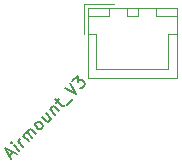
<source format=gto>
G04 #@! TF.GenerationSoftware,KiCad,Pcbnew,6.0.0-rc1-unknown-7dfc4e3~65~ubuntu18.04.1*
G04 #@! TF.CreationDate,2018-07-28T16:35:14+05:30*
G04 #@! TF.ProjectId,airmount,6169726D6F756E742E6B696361645F70,rev?*
G04 #@! TF.SameCoordinates,Original*
G04 #@! TF.FileFunction,Legend,Top*
G04 #@! TF.FilePolarity,Positive*
%FSLAX46Y46*%
G04 Gerber Fmt 4.6, Leading zero omitted, Abs format (unit mm)*
G04 Created by KiCad (PCBNEW 6.0.0-rc1-unknown-7dfc4e3~65~ubuntu18.04.1) date Sat Jul 28 16:35:14 2018*
%MOMM*%
%LPD*%
G01*
G04 APERTURE LIST*
%ADD10C,0.152400*%
%ADD11C,0.120000*%
%ADD12C,4.464000*%
%ADD13C,0.127000*%
%ADD14C,2.940000*%
%ADD15R,2.150000X2.150000*%
%ADD16C,2.150000*%
G04 APERTURE END LIST*
D10*
X116606370Y-85055102D02*
X116948475Y-84712997D01*
X116743212Y-85328786D02*
X116264265Y-84370892D01*
X117222159Y-84849839D01*
X117461633Y-84610366D02*
X116982686Y-84131419D01*
X116743212Y-83891945D02*
X116743212Y-83960366D01*
X116811633Y-83960366D01*
X116811633Y-83891945D01*
X116743212Y-83891945D01*
X116811633Y-83960366D01*
X117803738Y-84268261D02*
X117324791Y-83789314D01*
X117461633Y-83926156D02*
X117427422Y-83823524D01*
X117427422Y-83755103D01*
X117461633Y-83652472D01*
X117530054Y-83584051D01*
X118248474Y-83823524D02*
X117769527Y-83344577D01*
X117837948Y-83412998D02*
X117837948Y-83344577D01*
X117872159Y-83241946D01*
X117974790Y-83139314D01*
X118077422Y-83105104D01*
X118180053Y-83139314D01*
X118556369Y-83515630D01*
X118180053Y-83139314D02*
X118145843Y-83036683D01*
X118180053Y-82934051D01*
X118282685Y-82831420D01*
X118385316Y-82797209D01*
X118487948Y-82831420D01*
X118864263Y-83207735D01*
X119309000Y-82762999D02*
X119206368Y-82797209D01*
X119137947Y-82797209D01*
X119035316Y-82762999D01*
X118830053Y-82557736D01*
X118795842Y-82455104D01*
X118795842Y-82386683D01*
X118830053Y-82284052D01*
X118932684Y-82181420D01*
X119035316Y-82147210D01*
X119103737Y-82147210D01*
X119206368Y-82181420D01*
X119411631Y-82386683D01*
X119445842Y-82489315D01*
X119445842Y-82557736D01*
X119411631Y-82660367D01*
X119309000Y-82762999D01*
X119685315Y-81428789D02*
X120164262Y-81907736D01*
X119377421Y-81736684D02*
X119753736Y-82112999D01*
X119856368Y-82147210D01*
X119958999Y-82112999D01*
X120061631Y-82010368D01*
X120095841Y-81907736D01*
X120095841Y-81839315D01*
X120027420Y-81086684D02*
X120506367Y-81565631D01*
X120095841Y-81155105D02*
X120095841Y-81086684D01*
X120130052Y-80984053D01*
X120232683Y-80881421D01*
X120335315Y-80847211D01*
X120437946Y-80881421D01*
X120814262Y-81257737D01*
X120574788Y-80539316D02*
X120848472Y-80265632D01*
X120437946Y-80197211D02*
X121053735Y-80813000D01*
X121156367Y-80847211D01*
X121258998Y-80813000D01*
X121327419Y-80744579D01*
X121464261Y-80744579D02*
X122011629Y-80197211D01*
X121293209Y-79341949D02*
X122251103Y-79820896D01*
X121772156Y-78863002D01*
X121943208Y-78691949D02*
X122387945Y-78247213D01*
X122422155Y-78760370D01*
X122524787Y-78657739D01*
X122627418Y-78623528D01*
X122695839Y-78623528D01*
X122798471Y-78657739D01*
X122969523Y-78828791D01*
X123003734Y-78931423D01*
X123003734Y-78999844D01*
X122969523Y-79102475D01*
X122764260Y-79307738D01*
X122661629Y-79341949D01*
X122593208Y-79341949D01*
D11*
G04 #@! TO.C,J1*
X123230800Y-72491800D02*
X123230800Y-78441800D01*
X123230800Y-78441800D02*
X130830800Y-78441800D01*
X130830800Y-78441800D02*
X130830800Y-72491800D01*
X130830800Y-72491800D02*
X123230800Y-72491800D01*
X126530800Y-72491800D02*
X126530800Y-73241800D01*
X126530800Y-73241800D02*
X127530800Y-73241800D01*
X127530800Y-73241800D02*
X127530800Y-72491800D01*
X127530800Y-72491800D02*
X126530800Y-72491800D01*
X123230800Y-72491800D02*
X123230800Y-73241800D01*
X123230800Y-73241800D02*
X125030800Y-73241800D01*
X125030800Y-73241800D02*
X125030800Y-72491800D01*
X125030800Y-72491800D02*
X123230800Y-72491800D01*
X129030800Y-72491800D02*
X129030800Y-73241800D01*
X129030800Y-73241800D02*
X130830800Y-73241800D01*
X130830800Y-73241800D02*
X130830800Y-72491800D01*
X130830800Y-72491800D02*
X129030800Y-72491800D01*
X123230800Y-74741800D02*
X123980800Y-74741800D01*
X123980800Y-74741800D02*
X123980800Y-77691800D01*
X123980800Y-77691800D02*
X127030800Y-77691800D01*
X130830800Y-74741800D02*
X130080800Y-74741800D01*
X130080800Y-74741800D02*
X130080800Y-77691800D01*
X130080800Y-77691800D02*
X127030800Y-77691800D01*
X125430800Y-72191800D02*
X122930800Y-72191800D01*
X122930800Y-72191800D02*
X122930800Y-74691800D01*
G04 #@! TD*
%LPC*%
D12*
G04 #@! TO.C,M1*
X133358021Y-82541979D03*
X120641979Y-95258021D03*
G04 #@! TD*
D13*
G04 #@! TO.C,M2*
G36*
X135585525Y-90310759D02*
X135728223Y-90331927D01*
X135868158Y-90366979D01*
X136003985Y-90415578D01*
X136134393Y-90477257D01*
X136258128Y-90551421D01*
X136373998Y-90637356D01*
X136480887Y-90734234D01*
X136480888Y-90734235D01*
X136577766Y-90841124D01*
X136663701Y-90956994D01*
X136737865Y-91080729D01*
X136799544Y-91211137D01*
X136848143Y-91346964D01*
X136883195Y-91486899D01*
X136904363Y-91629597D01*
X136911441Y-91773682D01*
X136904363Y-91917767D01*
X136883195Y-92060465D01*
X136848143Y-92200400D01*
X136799544Y-92336227D01*
X136737865Y-92466635D01*
X136663701Y-92590370D01*
X136577766Y-92706240D01*
X136480888Y-92813129D01*
X130913129Y-98380888D01*
X130806240Y-98477766D01*
X130690370Y-98563701D01*
X130566635Y-98637865D01*
X130436227Y-98699544D01*
X130300400Y-98748143D01*
X130160465Y-98783195D01*
X130017767Y-98804363D01*
X129873682Y-98811441D01*
X129729597Y-98804363D01*
X129586899Y-98783195D01*
X129446964Y-98748143D01*
X129311137Y-98699544D01*
X129180729Y-98637865D01*
X129056994Y-98563701D01*
X128941124Y-98477766D01*
X128834235Y-98380888D01*
X128834234Y-98380887D01*
X128737356Y-98273998D01*
X128651421Y-98158128D01*
X128577257Y-98034393D01*
X128515578Y-97903985D01*
X128466979Y-97768158D01*
X128431927Y-97628223D01*
X128410759Y-97485525D01*
X128403681Y-97341440D01*
X128410759Y-97197355D01*
X128431927Y-97054657D01*
X128466979Y-96914722D01*
X128515578Y-96778895D01*
X128577257Y-96648487D01*
X128651421Y-96524752D01*
X128737356Y-96408882D01*
X128834234Y-96301993D01*
X134401993Y-90734234D01*
X134508882Y-90637356D01*
X134624752Y-90551421D01*
X134748487Y-90477257D01*
X134878895Y-90415578D01*
X135014722Y-90366979D01*
X135154657Y-90331927D01*
X135297355Y-90310759D01*
X135441440Y-90303681D01*
X135585525Y-90310759D01*
X135585525Y-90310759D01*
G37*
D14*
X132657561Y-94557561D03*
D13*
G36*
X124270403Y-78995637D02*
X124413101Y-79016805D01*
X124553036Y-79051857D01*
X124688863Y-79100456D01*
X124819271Y-79162135D01*
X124943006Y-79236299D01*
X125058876Y-79322234D01*
X125165765Y-79419112D01*
X125165766Y-79419113D01*
X125262644Y-79526002D01*
X125348579Y-79641872D01*
X125422743Y-79765607D01*
X125484422Y-79896015D01*
X125533021Y-80031842D01*
X125568073Y-80171777D01*
X125589241Y-80314475D01*
X125596319Y-80458560D01*
X125589241Y-80602645D01*
X125568073Y-80745343D01*
X125533021Y-80885278D01*
X125484422Y-81021105D01*
X125422743Y-81151513D01*
X125348579Y-81275248D01*
X125262644Y-81391118D01*
X125165766Y-81498007D01*
X119598007Y-87065766D01*
X119491118Y-87162644D01*
X119375248Y-87248579D01*
X119251513Y-87322743D01*
X119121105Y-87384422D01*
X118985278Y-87433021D01*
X118845343Y-87468073D01*
X118702645Y-87489241D01*
X118558560Y-87496319D01*
X118414475Y-87489241D01*
X118271777Y-87468073D01*
X118131842Y-87433021D01*
X117996015Y-87384422D01*
X117865607Y-87322743D01*
X117741872Y-87248579D01*
X117626002Y-87162644D01*
X117519113Y-87065766D01*
X117519112Y-87065765D01*
X117422234Y-86958876D01*
X117336299Y-86843006D01*
X117262135Y-86719271D01*
X117200456Y-86588863D01*
X117151857Y-86453036D01*
X117116805Y-86313101D01*
X117095637Y-86170403D01*
X117088559Y-86026318D01*
X117095637Y-85882233D01*
X117116805Y-85739535D01*
X117151857Y-85599600D01*
X117200456Y-85463773D01*
X117262135Y-85333365D01*
X117336299Y-85209630D01*
X117422234Y-85093760D01*
X117519112Y-84986871D01*
X123086871Y-79419112D01*
X123193760Y-79322234D01*
X123309630Y-79236299D01*
X123433365Y-79162135D01*
X123563773Y-79100456D01*
X123699600Y-79051857D01*
X123839535Y-79016805D01*
X123982233Y-78995637D01*
X124126318Y-78988559D01*
X124270403Y-78995637D01*
X124270403Y-78995637D01*
G37*
D14*
X121342439Y-83242439D03*
G04 #@! TD*
D15*
G04 #@! TO.C,J1*
X125780800Y-74941800D03*
D16*
X128280800Y-74941800D03*
G04 #@! TD*
M02*

</source>
